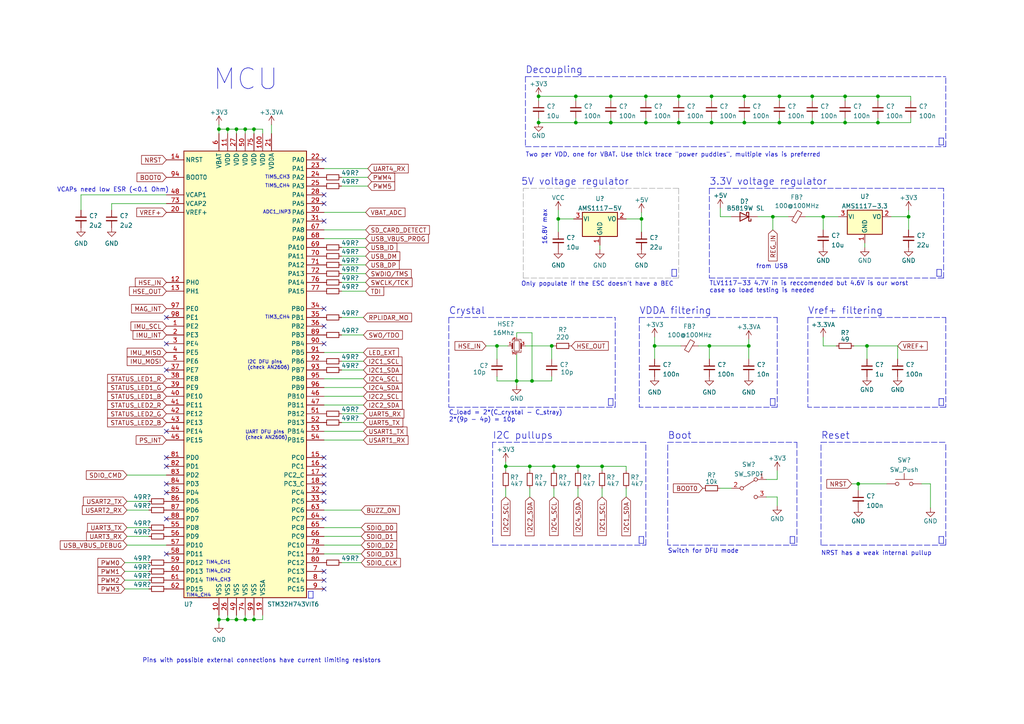
<source format=kicad_sch>
(kicad_sch (version 20211123) (generator eeschema)
  (paper "A4")
  (junction (at 224.155 62.865))
  (junction (at 154.305 110.49))
  (junction (at 161.925 63.5))
  (junction (at 177.165 35.56))
  (junction (at 66.04 179.705))
  (junction (at 226.06 27.94))
  (junction (at 156.21 27.94))
  (junction (at 248.92 140.335))
  (junction (at 251.46 100.33))
  (junction (at 235.585 35.56))
  (junction (at 174.625 135.255))
  (junction (at 245.11 35.56))
  (junction (at 196.85 35.56))
  (junction (at 149.86 110.49))
  (junction (at 254.635 27.94))
  (junction (at 63.5 37.465))
  (junction (at 235.585 27.94))
  (junction (at 206.375 35.56))
  (junction (at 215.9 35.56))
  (junction (at 156.21 35.56))
  (junction (at 189.865 100.33))
  (junction (at 153.67 135.255))
  (junction (at 144.145 100.33))
  (junction (at 226.06 35.56))
  (junction (at 71.12 37.465))
  (junction (at 186.055 63.5))
  (junction (at 245.11 27.94))
  (junction (at 160.02 100.33))
  (junction (at 146.685 135.255))
  (junction (at 71.12 179.705))
  (junction (at 73.66 179.705))
  (junction (at 206.375 27.94))
  (junction (at 177.165 27.94))
  (junction (at 66.04 37.465))
  (junction (at 167.64 135.255))
  (junction (at 68.58 179.705))
  (junction (at 215.9 27.94))
  (junction (at 263.525 62.865))
  (junction (at 63.5 179.705))
  (junction (at 238.76 62.865))
  (junction (at 167.005 35.56))
  (junction (at 73.66 37.465))
  (junction (at 68.58 37.465))
  (junction (at 196.85 27.94))
  (junction (at 187.325 35.56))
  (junction (at 187.325 27.94))
  (junction (at 167.005 27.94))
  (junction (at 160.655 135.255))
  (junction (at 254.635 35.56))
  (junction (at 217.17 100.33))
  (junction (at 205.74 100.33))
  (no_connect (at 93.98 46.355))
  (no_connect (at 93.98 150.495))
  (no_connect (at 93.98 140.335))
  (no_connect (at 93.98 132.715))
  (no_connect (at 93.98 137.795))
  (no_connect (at 93.98 135.255))
  (no_connect (at 48.26 125.095))
  (no_connect (at 48.26 132.715))
  (no_connect (at 48.26 135.255))
  (no_connect (at 48.26 140.335))
  (no_connect (at 93.98 56.515))
  (no_connect (at 93.98 64.135))
  (no_connect (at 93.98 89.535))
  (no_connect (at 93.98 59.055))
  (no_connect (at 93.98 94.615))
  (no_connect (at 93.98 99.695))
  (no_connect (at 48.26 160.655))
  (no_connect (at 48.26 150.495))
  (no_connect (at 48.26 142.875))
  (no_connect (at 93.98 168.275))
  (no_connect (at 93.98 165.735))
  (no_connect (at 93.98 170.815))
  (no_connect (at 93.98 145.415))
  (no_connect (at 93.98 142.875))
  (no_connect (at 48.26 99.695))
  (no_connect (at 48.26 92.075))
  (no_connect (at 48.26 107.315))
  (wire (pts (xy 68.58 37.465) (xy 71.12 37.465)))
  (wire (pts (xy 105.41 109.855) (xy 93.98 109.855)))
  (polyline (pts (xy 274.32 92.075) (xy 274.32 118.11)))
  (wire (pts (xy 215.9 35.56) (xy 206.375 35.56)))
  (wire (pts (xy 93.98 155.575) (xy 104.775 155.575)))
  (wire (pts (xy 254.635 35.56) (xy 245.11 35.56)))
  (polyline (pts (xy 196.85 54.61) (xy 151.765 54.61)) (stroke (width 0) (color 160 160 160 1)))
  (wire (pts (xy 245.11 27.94) (xy 254.635 27.94)))
  (wire (pts (xy 146.685 135.255) (xy 153.67 135.255)))
  (wire (pts (xy 238.76 62.865) (xy 238.76 66.675)))
  (wire (pts (xy 71.12 178.435) (xy 71.12 179.705)))
  (wire (pts (xy 167.005 34.29) (xy 167.005 35.56)))
  (polyline (pts (xy 193.675 128.27) (xy 231.14 128.27)))
  (wire (pts (xy 187.325 35.56) (xy 177.165 35.56)))
  (wire (pts (xy 105.41 104.775) (xy 99.06 104.775)))
  (wire (pts (xy 167.64 135.255) (xy 167.64 136.525)))
  (wire (pts (xy 36.83 153.035) (xy 43.18 153.035)))
  (wire (pts (xy 160.02 100.33) (xy 160.655 100.33)))
  (wire (pts (xy 156.21 29.21) (xy 156.21 27.94)))
  (wire (pts (xy 153.67 141.605) (xy 153.67 144.145)))
  (wire (pts (xy 160.02 100.33) (xy 160.02 104.14)))
  (wire (pts (xy 167.64 141.605) (xy 167.64 144.145)))
  (wire (pts (xy 222.25 139.065) (xy 225.425 139.065)))
  (polyline (pts (xy 273.685 54.61) (xy 205.74 54.61)))
  (wire (pts (xy 106.045 71.755) (xy 99.06 71.755)))
  (wire (pts (xy 254.635 27.94) (xy 254.635 29.21)))
  (wire (pts (xy 235.585 35.56) (xy 226.06 35.56)))
  (polyline (pts (xy 142.875 158.115) (xy 187.325 158.115)))
  (wire (pts (xy 196.85 34.29) (xy 196.85 35.56)))
  (polyline (pts (xy 152.4 22.225) (xy 274.32 22.225)))
  (wire (pts (xy 146.685 133.985) (xy 146.685 135.255)))
  (wire (pts (xy 66.04 178.435) (xy 66.04 179.705)))
  (wire (pts (xy 187.325 27.94) (xy 187.325 29.21)))
  (wire (pts (xy 206.375 27.94) (xy 206.375 29.21)))
  (polyline (pts (xy 185.42 92.075) (xy 185.42 118.11)))
  (wire (pts (xy 205.74 100.33) (xy 217.17 100.33)))
  (polyline (pts (xy 274.32 42.545) (xy 274.32 22.225)))
  (polyline (pts (xy 238.125 158.115) (xy 238.125 128.27)))
  (wire (pts (xy 225.425 139.065) (xy 225.425 136.525)))
  (polyline (pts (xy 234.315 92.075) (xy 234.315 118.11)))
  (wire (pts (xy 186.055 61.595) (xy 186.055 63.5)))
  (wire (pts (xy 106.045 69.215) (xy 93.98 69.215)))
  (wire (pts (xy 235.585 27.94) (xy 245.11 27.94)))
  (wire (pts (xy 187.325 27.94) (xy 196.85 27.94)))
  (wire (pts (xy 106.045 79.375) (xy 99.06 79.375)))
  (wire (pts (xy 153.67 135.255) (xy 153.67 136.525)))
  (polyline (pts (xy 205.74 54.61) (xy 215.265 54.61)))
  (wire (pts (xy 71.12 37.465) (xy 71.12 38.735)))
  (wire (pts (xy 156.21 35.56) (xy 156.21 34.29)))
  (wire (pts (xy 36.195 163.195) (xy 43.18 163.195)))
  (wire (pts (xy 23.495 56.515) (xy 48.26 56.515)))
  (wire (pts (xy 104.775 163.195) (xy 99.06 163.195)))
  (wire (pts (xy 189.865 100.33) (xy 197.485 100.33)))
  (wire (pts (xy 93.98 102.235) (xy 105.41 102.235)))
  (wire (pts (xy 23.495 56.515) (xy 23.495 60.96)))
  (wire (pts (xy 189.865 100.33) (xy 189.865 104.14)))
  (wire (pts (xy 32.385 60.96) (xy 32.385 59.055)))
  (polyline (pts (xy 205.74 54.61) (xy 205.74 80.645)))
  (wire (pts (xy 224.155 62.865) (xy 224.155 66.675)))
  (wire (pts (xy 238.76 100.33) (xy 242.57 100.33)))
  (wire (pts (xy 104.775 147.955) (xy 93.98 147.955)))
  (wire (pts (xy 63.5 37.465) (xy 66.04 37.465)))
  (polyline (pts (xy 205.74 80.645) (xy 273.685 80.645)))
  (wire (pts (xy 233.68 62.865) (xy 238.76 62.865)))
  (wire (pts (xy 174.625 135.255) (xy 181.61 135.255)))
  (wire (pts (xy 174.625 141.605) (xy 174.625 144.145)))
  (wire (pts (xy 68.58 37.465) (xy 68.58 38.735)))
  (wire (pts (xy 76.2 37.465) (xy 76.2 38.735)))
  (wire (pts (xy 186.055 67.31) (xy 186.055 63.5)))
  (wire (pts (xy 251.46 100.33) (xy 251.46 104.14)))
  (wire (pts (xy 247.65 100.33) (xy 251.46 100.33)))
  (wire (pts (xy 105.41 125.095) (xy 93.98 125.095)))
  (wire (pts (xy 149.86 102.87) (xy 149.86 110.49)))
  (wire (pts (xy 264.16 35.56) (xy 254.635 35.56)))
  (wire (pts (xy 106.045 76.835) (xy 99.06 76.835)))
  (wire (pts (xy 36.195 165.735) (xy 43.18 165.735)))
  (wire (pts (xy 219.71 62.865) (xy 224.155 62.865)))
  (polyline (pts (xy 274.32 128.905) (xy 274.32 158.115)))
  (wire (pts (xy 106.68 51.435) (xy 99.06 51.435)))
  (wire (pts (xy 269.875 140.335) (xy 269.875 147.32)))
  (wire (pts (xy 226.06 35.56) (xy 215.9 35.56)))
  (wire (pts (xy 263.525 60.96) (xy 263.525 62.865)))
  (wire (pts (xy 247.015 140.335) (xy 248.92 140.335)))
  (wire (pts (xy 177.165 27.94) (xy 187.325 27.94)))
  (wire (pts (xy 106.045 61.595) (xy 93.98 61.595)))
  (wire (pts (xy 206.375 34.29) (xy 206.375 35.56)))
  (wire (pts (xy 226.06 27.94) (xy 226.06 29.21)))
  (wire (pts (xy 73.66 37.465) (xy 76.2 37.465)))
  (wire (pts (xy 146.685 141.605) (xy 146.685 144.145)))
  (wire (pts (xy 63.5 37.465) (xy 63.5 38.735)))
  (polyline (pts (xy 273.685 80.645) (xy 273.685 54.61)))
  (wire (pts (xy 254.635 27.94) (xy 264.16 27.94)))
  (wire (pts (xy 154.305 96.52) (xy 154.305 110.49)))
  (wire (pts (xy 161.925 63.5) (xy 166.37 63.5)))
  (wire (pts (xy 160.655 135.255) (xy 160.655 136.525)))
  (polyline (pts (xy 187.325 158.115) (xy 187.325 128.27)))
  (wire (pts (xy 63.5 179.705) (xy 66.04 179.705)))
  (polyline (pts (xy 152.4 42.545) (xy 274.32 42.545)))
  (wire (pts (xy 167.005 27.94) (xy 177.165 27.94)))
  (wire (pts (xy 105.41 117.475) (xy 93.98 117.475)))
  (polyline (pts (xy 152.4 22.225) (xy 152.4 42.545)))
  (wire (pts (xy 149.86 110.49) (xy 154.305 110.49)))
  (wire (pts (xy 224.155 62.865) (xy 228.6 62.865)))
  (polyline (pts (xy 151.765 80.645) (xy 151.765 54.61)) (stroke (width 0) (color 160 160 160 1)))
  (wire (pts (xy 248.92 140.335) (xy 248.92 142.24)))
  (wire (pts (xy 196.85 27.94) (xy 196.85 29.21)))
  (wire (pts (xy 105.41 114.935) (xy 93.98 114.935)))
  (wire (pts (xy 187.325 34.29) (xy 187.325 35.56)))
  (wire (pts (xy 73.66 178.435) (xy 73.66 179.705)))
  (wire (pts (xy 177.165 35.56) (xy 167.005 35.56)))
  (wire (pts (xy 161.925 60.96) (xy 161.925 63.5)))
  (wire (pts (xy 167.005 27.94) (xy 167.005 29.21)))
  (wire (pts (xy 238.76 62.865) (xy 243.205 62.865)))
  (wire (pts (xy 149.86 110.49) (xy 149.86 111.76)))
  (polyline (pts (xy 196.85 80.645) (xy 151.765 80.645)) (stroke (width 0) (color 160 160 160 1)))
  (polyline (pts (xy 187.325 128.27) (xy 142.875 128.27)))
  (polyline (pts (xy 234.315 92.075) (xy 274.32 92.075)))
  (wire (pts (xy 181.61 135.255) (xy 181.61 136.525)))
  (wire (pts (xy 196.85 35.56) (xy 187.325 35.56)))
  (wire (pts (xy 36.83 145.415) (xy 43.18 145.415)))
  (wire (pts (xy 264.16 34.29) (xy 264.16 35.56)))
  (wire (pts (xy 181.61 141.605) (xy 181.61 144.145)))
  (wire (pts (xy 93.98 158.115) (xy 104.775 158.115)))
  (wire (pts (xy 154.305 110.49) (xy 160.02 110.49)))
  (wire (pts (xy 245.11 34.29) (xy 245.11 35.56)))
  (wire (pts (xy 254.635 34.29) (xy 254.635 35.56)))
  (wire (pts (xy 251.46 100.33) (xy 260.35 100.33)))
  (wire (pts (xy 36.195 168.275) (xy 43.18 168.275)))
  (wire (pts (xy 93.98 153.035) (xy 104.775 153.035)))
  (polyline (pts (xy 196.85 54.61) (xy 196.85 80.645)) (stroke (width 0) (color 160 160 160 1)))
  (wire (pts (xy 177.165 27.94) (xy 177.165 29.21)))
  (wire (pts (xy 78.74 36.195) (xy 78.74 38.735)))
  (wire (pts (xy 140.97 100.33) (xy 144.145 100.33)))
  (wire (pts (xy 263.525 66.675) (xy 263.525 62.865)))
  (wire (pts (xy 181.61 63.5) (xy 186.055 63.5)))
  (wire (pts (xy 66.04 179.705) (xy 68.58 179.705)))
  (wire (pts (xy 71.12 37.465) (xy 73.66 37.465)))
  (polyline (pts (xy 178.435 118.11) (xy 178.435 92.075)))
  (wire (pts (xy 63.5 36.195) (xy 63.5 37.465)))
  (wire (pts (xy 160.655 141.605) (xy 160.655 144.145)))
  (wire (pts (xy 105.41 97.155) (xy 99.06 97.155)))
  (wire (pts (xy 106.68 53.975) (xy 99.06 53.975)))
  (wire (pts (xy 105.41 120.015) (xy 99.06 120.015)))
  (wire (pts (xy 235.585 27.94) (xy 235.585 29.21)))
  (wire (pts (xy 106.68 48.895) (xy 93.98 48.895)))
  (wire (pts (xy 156.21 27.94) (xy 167.005 27.94)))
  (wire (pts (xy 63.5 178.435) (xy 63.5 179.705)))
  (wire (pts (xy 63.5 179.705) (xy 63.5 180.975)))
  (wire (pts (xy 149.86 97.79) (xy 149.86 96.52)))
  (wire (pts (xy 177.165 34.29) (xy 177.165 35.56)))
  (wire (pts (xy 144.145 100.33) (xy 147.32 100.33)))
  (wire (pts (xy 66.04 37.465) (xy 68.58 37.465)))
  (polyline (pts (xy 274.32 118.11) (xy 234.315 118.11)))
  (wire (pts (xy 235.585 34.29) (xy 235.585 35.56)))
  (wire (pts (xy 76.2 179.705) (xy 76.2 178.435)))
  (wire (pts (xy 260.35 100.33) (xy 260.35 104.14)))
  (wire (pts (xy 68.58 178.435) (xy 68.58 179.705)))
  (wire (pts (xy 189.865 97.79) (xy 189.865 100.33)))
  (wire (pts (xy 106.045 84.455) (xy 99.06 84.455)))
  (wire (pts (xy 36.83 158.115) (xy 48.26 158.115)))
  (wire (pts (xy 153.67 135.255) (xy 160.655 135.255)))
  (wire (pts (xy 208.915 60.325) (xy 208.915 62.865)))
  (wire (pts (xy 105.41 92.075) (xy 99.06 92.075)))
  (wire (pts (xy 106.045 74.295) (xy 99.06 74.295)))
  (wire (pts (xy 152.4 100.33) (xy 160.02 100.33)))
  (wire (pts (xy 71.12 179.705) (xy 73.66 179.705)))
  (wire (pts (xy 267.335 140.335) (xy 269.875 140.335)))
  (wire (pts (xy 174.625 135.255) (xy 174.625 136.525)))
  (wire (pts (xy 66.04 37.465) (xy 66.04 38.735)))
  (wire (pts (xy 160.02 110.49) (xy 160.02 109.22)))
  (wire (pts (xy 106.045 81.915) (xy 99.06 81.915)))
  (wire (pts (xy 202.565 100.33) (xy 205.74 100.33)))
  (wire (pts (xy 146.685 135.255) (xy 146.685 136.525)))
  (wire (pts (xy 245.11 35.56) (xy 235.585 35.56)))
  (wire (pts (xy 105.41 127.635) (xy 93.98 127.635)))
  (wire (pts (xy 215.9 34.29) (xy 215.9 35.56)))
  (wire (pts (xy 32.385 59.055) (xy 48.26 59.055)))
  (wire (pts (xy 250.825 70.485) (xy 250.825 71.755)))
  (wire (pts (xy 217.17 100.33) (xy 217.17 104.14)))
  (wire (pts (xy 208.915 62.865) (xy 212.09 62.865)))
  (wire (pts (xy 248.92 140.335) (xy 257.175 140.335)))
  (wire (pts (xy 156.21 35.56) (xy 167.005 35.56)))
  (polyline (pts (xy 274.32 158.115) (xy 238.125 158.115)))
  (wire (pts (xy 36.83 137.795) (xy 48.26 137.795)))
  (wire (pts (xy 205.74 100.33) (xy 205.74 104.14)))
  (wire (pts (xy 222.25 144.145) (xy 225.425 144.145)))
  (polyline (pts (xy 130.175 92.075) (xy 178.435 92.075)))
  (wire (pts (xy 245.11 27.94) (xy 245.11 29.21)))
  (wire (pts (xy 68.58 179.705) (xy 71.12 179.705)))
  (polyline (pts (xy 142.875 128.27) (xy 142.875 158.115)))
  (wire (pts (xy 105.41 112.395) (xy 93.98 112.395)))
  (polyline (pts (xy 193.675 158.115) (xy 193.675 128.27)))
  (wire (pts (xy 144.145 109.22) (xy 144.145 110.49)))
  (polyline (pts (xy 231.14 128.27) (xy 231.14 158.115)))
  (wire (pts (xy 225.425 144.145) (xy 225.425 146.685)))
  (polyline (pts (xy 231.14 158.115) (xy 193.675 158.115)))
  (wire (pts (xy 161.925 63.5) (xy 161.925 67.31)))
  (wire (pts (xy 36.195 170.815) (xy 43.18 170.815)))
  (wire (pts (xy 226.06 27.94) (xy 235.585 27.94)))
  (wire (pts (xy 36.83 155.575) (xy 43.18 155.575)))
  (wire (pts (xy 264.16 27.94) (xy 264.16 29.21)))
  (wire (pts (xy 206.375 35.56) (xy 196.85 35.56)))
  (polyline (pts (xy 225.425 118.11) (xy 185.42 118.11)))
  (wire (pts (xy 149.86 96.52) (xy 154.305 96.52)))
  (wire (pts (xy 105.41 122.555) (xy 99.06 122.555)))
  (wire (pts (xy 208.915 141.605) (xy 212.09 141.605)))
  (wire (pts (xy 36.83 147.955) (xy 43.18 147.955)))
  (wire (pts (xy 173.99 71.12) (xy 173.99 72.39)))
  (wire (pts (xy 93.98 160.655) (xy 104.775 160.655)))
  (polyline (pts (xy 130.175 92.075) (xy 130.175 118.11)))
  (wire (pts (xy 144.145 100.33) (xy 144.145 104.14)))
  (polyline (pts (xy 185.42 92.075) (xy 225.425 92.075)))
  (wire (pts (xy 196.85 27.94) (xy 206.375 27.94)))
  (wire (pts (xy 105.41 107.315) (xy 99.06 107.315)))
  (wire (pts (xy 206.375 27.94) (xy 215.9 27.94)))
  (wire (pts (xy 144.145 110.49) (xy 149.86 110.49)))
  (wire (pts (xy 217.17 98.425) (xy 217.17 100.33)))
  (wire (pts (xy 160.655 135.255) (xy 167.64 135.255)))
  (wire (pts (xy 73.66 179.705) (xy 76.2 179.705)))
  (wire (pts (xy 167.64 135.255) (xy 174.625 135.255)))
  (wire (pts (xy 73.66 37.465) (xy 73.66 38.735)))
  (polyline (pts (xy 238.125 128.27) (xy 274.32 128.27)))
  (wire (pts (xy 238.76 97.79) (xy 238.76 100.33)))
  (wire (pts (xy 106.045 66.675) (xy 93.98 66.675)))
  (polyline (pts (xy 130.175 118.11) (xy 178.435 118.11)))
  (wire (pts (xy 215.9 27.94) (xy 226.06 27.94)))
  (wire (pts (xy 215.9 27.94) (xy 215.9 29.21)))
  (wire (pts (xy 226.06 34.29) (xy 226.06 35.56)))
  (wire (pts (xy 263.525 62.865) (xy 258.445 62.865)))
  (polyline (pts (xy 225.425 92.075) (xy 225.425 118.11)))
  (text "Boot" (at 193.675 127.635 0) (effects (font (size 2 2)) (justify left bottom)))
  (text "Reset" (at 238.125 127.635 0) (effects (font (size 2 2)) (justify left bottom)))
  (text "ADC1_INP3" (at 76.2 62.23 0) (effects (font (size 1 1)) (justify left bottom)))
  (text "✓" (at 222.885 118.11 0) (effects (font (size 2 2)) (justify left bottom)))
  (text "TLV1117-33 4.7V in is reccomended but 4.6V is our worst \ncase so load testing is needed" (at 205.74 85.09 0) (effects (font (size 1.27 1.27)) (justify left bottom)))
  (text "✓" (at 88.9 173.99 0) (effects (font (size 2 2)) (justify left bottom)))
  (text "TIM5_CH3" (at 76.835 52.07 0) (effects (font (size 1 1)) (justify left bottom)))
  (text "✓" (at 194.31 80.645 0) (effects (font (size 2 2)) (justify left bottom)))
  (text "from USB" (at 228.6 78.105 180) (effects (font (size 1.27 1.27)) (justify right bottom)))
  (text "✓" (at 271.78 42.545 0) (effects (font (size 2 2)) (justify left bottom)))
  (text "✓" (at 184.785 158.115 0) (effects (font (size 2 2)) (justify left bottom)))
  (text "✓" (at 175.895 118.11 0) (effects (font (size 2 2)) (justify left bottom)))
  (text "3.3V voltage regulator" (at 205.74 53.975 0) (effects (font (size 2 2)) (justify left bottom)))
  (text "TIM4_CH3" (at 59.69 168.91 0) (effects (font (size 1 1)) (justify left bottom)))
  (text "Vref+ filtering" (at 234.315 91.44 0) (effects (font (size 2 2)) (justify left bottom)))
  (text "Pins with possible external connections have current limiting resistors" (at 41.275 192.405 0) (effects (font (size 1.27 1.27)) (justify left bottom)))
  (text "5V voltage regulator" (at 151.13 53.975 0) (effects (font (size 2 2)) (justify left bottom)))
  (text "UART DFU pins \n(check AN2606)" (at 71.12 127.635 0) (effects (font (size 1 1)) (justify left bottom)))
  (text "VCAPs need low ESR (<0.1 Ohm)" (at 16.51 55.88 0) (effects (font (size 1.27 1.27)) (justify left bottom)))
  (text "VDDA filtering" (at 185.42 91.44 0) (effects (font (size 2 2)) (justify left bottom)))
  (text "Decoupling" (at 152.4 21.59 0) (effects (font (size 2 2)) (justify left bottom)))
  (text "16.8V max" (at 158.75 71.12 90) (effects (font (size 1.27 1.27)) (justify left bottom)))
  (text "I2C pullups" (at 142.875 127.635 0) (effects (font (size 2 2)) (justify left bottom)))
  (text "TIM4_CH4" (at 53.975 173.355 0) (effects (font (size 1 1)) (justify left bottom)))
  (text "NRST has a weak internal pullup" (at 238.125 161.29 0) (effects (font (size 1.27 1.27)) (justify left bottom)))
  (text "Crystal" (at 130.175 91.44 0) (effects (font (size 2 2)) (justify left bottom)))
  (text "TIM4_CH2" (at 59.69 166.37 0) (effects (font (size 1 1)) (justify left bottom)))
  (text "TIM4_CH1" (at 59.69 163.83 0) (effects (font (size 1 1)) (justify left bottom)))
  (text "✓" (at 271.78 158.115 0) (effects (font (size 2 2)) (justify left bottom)))
  (text "✓" (at 228.6 158.115 0) (effects (font (size 2 2)) (justify left bottom)))
  (text "MCU" (at 61.595 26.67 0) (effects (font (size 6 6)) (justify left bottom)))
  (text "Two per VDD, one for VBAT. Use thick trace \"power puddles\", multiple vias is preferred" (at 152.4 45.72 0) (effects (font (size 1.27 1.27)) (justify left bottom)))
  (text "✓" (at 271.78 118.11 0) (effects (font (size 2 2)) (justify left bottom)))
  (text "I2C DFU pins \n(check AN2606)" (at 71.755 107.315 0) (effects (font (size 1 1)) (justify left bottom)))
  (text "Switch for DFU mode" (at 193.675 160.655 0) (effects (font (size 1.27 1.27)) (justify left bottom)))
  (text "TIM5_CH4" (at 76.835 54.61 0) (effects (font (size 1 1)) (justify left bottom)))
  (text "Only populate if the ESC doesn't have a BEC" (at 151.13 83.185 0) (effects (font (size 1.27 1.27)) (justify left bottom)))
  (text "✓" (at 271.145 80.645 0) (effects (font (size 2 2)) (justify left bottom)))
  (text "C_load = 2*(C_crystal - C_stray) \n2*(9p - 4p) = 10p" (at 130.175 122.555 0) (effects (font (size 1.27 1.27)) (justify left bottom)))
  (text "TIM3_CH4" (at 76.835 92.71 0) (effects (font (size 1 1)) (justify left bottom)))
  (global_label "PWM0" (shape input) (at 36.195 163.195 180) (property "Intersheet References" "${INTERSHEET_REFS}" (effects hide)))
  (global_label "STATUS_LED2_G" (shape input) (at 48.26 120.015 180) (property "Intersheet References" "${INTERSHEET_REFS}" (effects hide)))
  (global_label "REG_IN" (shape input) (at 224.155 66.675 270) (property "Intersheet References" "${INTERSHEET_REFS}" (effects hide)))
  (global_label "BOOT0" (shape input) (at 48.26 51.435 180) (property "Intersheet References" "${INTERSHEET_REFS}" (effects hide)))
  (global_label "SWDIO{slash}TMS" (shape input) (at 106.045 79.375 0) (property "Intersheet References" "${INTERSHEET_REFS}" (effects hide)))
  (global_label "USB_ID" (shape input) (at 106.045 71.755 0) (property "Intersheet References" "${INTERSHEET_REFS}" (effects hide)))
  (global_label "UART5_TX" (shape input) (at 105.41 122.555 0) (property "Intersheet References" "${INTERSHEET_REFS}" (effects hide)))
  (global_label "HSE_OUT" (shape input) (at 165.735 100.33 0) (property "Intersheet References" "${INTERSHEET_REFS}" (effects hide)))
  (global_label "STATUS_LED1_B" (shape input) (at 48.26 114.935 180) (property "Intersheet References" "${INTERSHEET_REFS}" (effects hide)))
  (global_label "USART2_TX" (shape input) (at 36.83 145.415 180) (property "Intersheet References" "${INTERSHEET_REFS}" (effects hide)))
  (global_label "STATUS_LED1_R" (shape input) (at 48.26 109.855 180) (property "Intersheet References" "${INTERSHEET_REFS}" (effects hide)))
  (global_label "IMU_MOSI" (shape input) (at 48.26 104.775 180) (property "Intersheet References" "${INTERSHEET_REFS}" (effects hide)))
  (global_label "I2C1_SDA" (shape input) (at 181.61 144.145 270) (property "Intersheet References" "${INTERSHEET_REFS}" (effects hide)))
  (global_label "PWM2" (shape input) (at 36.195 168.275 180) (property "Intersheet References" "${INTERSHEET_REFS}" (effects hide)))
  (global_label "I2C1_SDA" (shape input) (at 105.41 107.315 0) (property "Intersheet References" "${INTERSHEET_REFS}" (effects hide)))
  (global_label "UART5_RX" (shape input) (at 105.41 120.015 0) (property "Intersheet References" "${INTERSHEET_REFS}" (effects hide)))
  (global_label "SWO{slash}TDO" (shape input) (at 105.41 97.155 0) (property "Intersheet References" "${INTERSHEET_REFS}" (effects hide)))
  (global_label "I2C4_SCL" (shape input) (at 105.41 109.855 0) (property "Intersheet References" "${INTERSHEET_REFS}" (effects hide)))
  (global_label "RPLIDAR_MO" (shape input) (at 105.41 92.075 0) (property "Intersheet References" "${INTERSHEET_REFS}" (effects hide)))
  (global_label "I2C2_SDA" (shape input) (at 153.67 144.145 270) (property "Intersheet References" "${INTERSHEET_REFS}" (effects hide)))
  (global_label "NRST" (shape input) (at 48.26 46.355 180) (property "Intersheet References" "${INTERSHEET_REFS}" (effects hide)))
  (global_label "UART3_TX" (shape input) (at 36.83 153.035 180) (property "Intersheet References" "${INTERSHEET_REFS}" (effects hide)))
  (global_label "SDIO_CLK" (shape input) (at 104.775 163.195 0) (property "Intersheet References" "${INTERSHEET_REFS}" (effects hide)))
  (global_label "IMU_MISO" (shape input) (at 48.26 102.235 180) (property "Intersheet References" "${INTERSHEET_REFS}" (effects hide)))
  (global_label "PWM3" (shape input) (at 36.195 170.815 180) (property "Intersheet References" "${INTERSHEET_REFS}" (effects hide)))
  (global_label "VBAT_ADC" (shape input) (at 106.045 61.595 0) (property "Intersheet References" "${INTERSHEET_REFS}" (effects hide)))
  (global_label "MAG_INT" (shape input) (at 48.26 89.535 180) (property "Intersheet References" "${INTERSHEET_REFS}" (effects hide)))
  (global_label "USART1_TX" (shape input) (at 105.41 125.095 0) (property "Intersheet References" "${INTERSHEET_REFS}" (effects hide)))
  (global_label "BUZZ_ON" (shape input) (at 104.775 147.955 0) (property "Intersheet References" "${INTERSHEET_REFS}" (effects hide)))
  (global_label "USB_VBUS_DEBUG" (shape input) (at 36.83 158.115 180) (property "Intersheet References" "${INTERSHEET_REFS}" (effects hide)))
  (global_label "PWM5" (shape input) (at 106.68 53.975 0) (property "Intersheet References" "${INTERSHEET_REFS}" (effects hide)))
  (global_label "I2C2_SCL" (shape input) (at 105.41 114.935 0) (property "Intersheet References" "${INTERSHEET_REFS}" (effects hide)))
  (global_label "I2C4_SDA" (shape input) (at 167.64 144.145 270) (property "Intersheet References" "${INTERSHEET_REFS}" (effects hide)))
  (global_label "I2C4_SDA" (shape input) (at 105.41 112.395 0) (property "Intersheet References" "${INTERSHEET_REFS}" (effects hide)))
  (global_label "PWM4" (shape input) (at 106.68 51.435 0) (property "Intersheet References" "${INTERSHEET_REFS}" (effects hide)))
  (global_label "NRST" (shape input) (at 247.015 140.335 180) (property "Intersheet References" "${INTERSHEET_REFS}" (effects hide)))
  (global_label "UART3_RX" (shape input) (at 36.83 155.575 180) (property "Intersheet References" "${INTERSHEET_REFS}" (effects hide)))
  (global_label "SDIO_D3" (shape input) (at 104.775 160.655 0) (property "Intersheet References" "${INTERSHEET_REFS}" (effects hide)))
  (global_label "USB_DP" (shape input) (at 106.045 76.835 0) (property "Intersheet References" "${INTERSHEET_REFS}" (effects hide)))
  (global_label "STATUS_LED2_B" (shape input) (at 48.26 122.555 180) (property "Intersheet References" "${INTERSHEET_REFS}" (effects hide)))
  (global_label "TDI" (shape input) (at 106.045 84.455 0) (property "Intersheet References" "${INTERSHEET_REFS}" (effects hide)))
  (global_label "HSE_OUT" (shape input) (at 48.26 84.455 180) (property "Intersheet References" "${INTERSHEET_REFS}" (effects hide)))
  (global_label "BOOT0" (shape input) (at 203.835 141.605 180) (property "Intersheet References" "${INTERSHEET_REFS}" (effects hide)))
  (global_label "SWCLK{slash}TCK" (shape input) (at 106.045 81.915 0) (property "Intersheet References" "${INTERSHEET_REFS}" (effects hide)))
  (global_label "SDIO_CMD" (shape input) (at 36.83 137.795 180) (property "Intersheet References" "${INTERSHEET_REFS}" (effects hide)))
  (global_label "USART2_RX" (shape input) (at 36.83 147.955 180) (property "Intersheet References" "${INTERSHEET_REFS}" (effects hide)))
  (global_label "PS_INT" (shape input) (at 48.26 127.635 180) (property "Intersheet References" "${INTERSHEET_REFS}" (effects hide)))
  (global_label "HSE_IN" (shape input) (at 48.26 81.915 180) (property "Intersheet References" "${INTERSHEET_REFS}" (effects hide)))
  (global_label "I2C2_SCL" (shape input) (at 146.685 144.145 270) (property "Intersheet References" "${INTERSHEET_REFS}" (effects hide)))
  (global_label "I2C4_SCL" (shape input) (at 160.655 144.145 270) (property "Intersheet References" "${INTERSHEET_REFS}" (effects hide)))
  (global_label "USB_VBUS_PROG" (shape input) (at 106.045 69.215 0) (property "Intersheet References" "${INTERSHEET_REFS}" (effects hide)))
  (global_label "IMU_INT" (shape input) (at 48.26 97.155 180) (property "Intersheet References" "${INTERSHEET_REFS}" (effects hide)))
  (global_label "VREF+" (shape input) (at 48.26 61.595 180) (property "Intersheet References" "${INTERSHEET_REFS}" (effects hide)))
  (global_label "STATUS_LED2_R" (shape input) (at 48.26 117.475 180) (property "Intersheet References" "${INTERSHEET_REFS}" (effects hide)))
  (global_label "LED_EXT" (shape input) (at 105.41 102.235 0) (property "Intersheet References" "${INTERSHEET_REFS}" (effects hide)))
  (global_label "VREF+" (shape input) (at 260.35 100.33 0) (property "Intersheet References" "${INTERSHEET_REFS}" (effects hide)))
  (global_label "USART1_RX" (shape input) (at 105.41 127.635 0) (property "Intersheet References" "${INTERSHEET_REFS}" (effects hide)))
  (global_label "I2C2_SDA" (shape input) (at 105.41 117.475 0) (property "Intersheet References" "${INTERSHEET_REFS}" (effects hide)))
  (global_label "HSE_IN" (shape input) (at 140.97 100.33 180) (property "Intersheet References" "${INTERSHEET_REFS}" (effects hide)))
  (global_label "I2C1_SCL" (shape input) (at 174.625 144.145 270) (property "Intersheet References" "${INTERSHEET_REFS}" (effects hide)))
  (global_label "STATUS_LED1_G" (shape input) (at 48.26 112.395 180) (property "Intersheet References" "${INTERSHEET_REFS}" (effects hide)))
  (global_label "SDIO_D0" (shape input) (at 104.775 153.035 0) (property "Intersheet References" "${INTERSHEET_REFS}" (effects hide)))
  (global_label "IMU_SCL" (shape input) (at 48.26 94.615 180) (property "Intersheet References" "${INTERSHEET_REFS}" (effects hide)))
  (global_label "I2C1_SCL" (shape input) (at 105.41 104.775 0) (property "Intersheet References" "${INTERSHEET_REFS}" (effects hide)))
  (global_label "SDIO_D2" (shape input) (at 104.775 158.115 0) (property "Intersheet References" "${INTERSHEET_REFS}" (effects hide)))
  (global_label "SD_CARD_DETECT" (shape input) (at 106.045 66.675 0) (property "Intersheet References" "${INTERSHEET_REFS}" (effects hide)))
  (global_label "USB_DM" (shape input) (at 106.045 74.295 0) (property "Intersheet References" "${INTERSHEET_REFS}" (effects hide)))
  (global_label "PWM1" (shape input) (at 36.195 165.735 180) (property "Intersheet References" "${INTERSHEET_REFS}" (effects hide)))
  (global_label "SDIO_D1" (shape input) (at 104.775 155.575 0) (property "Intersheet References" "${INTERSHEET_REFS}" (effects hide)))
  (global_label "UART4_RX" (shape input) (at 106.68 48.895 0) (property "Intersheet References" "${INTERSHEET_REFS}" (effects hide)))
  (symbol (lib_id "Device:R_Small") (at 96.52 84.455 90) (unit 1)
    (property "Reference" "R?" (at 102.87 83.185 90))
    (property "Value" "49" (at 100.33 83.185 90))
    (property "Footprint" "Resistor_SMD:R_0402_1005Metric" (effects hide))
  )
  (symbol (lib_id "Device:R_Small") (at 245.11 100.33 90) (unit 1)
    (property "Reference" "R?" (at 245.11 96.52 90))
    (property "Value" "49" (at 245.11 98.425 90))
    (property "Footprint" "Resistor_SMD:R_0402_1005Metric" (effects hide))
  )
  (symbol (lib_id "Device:C_Small") (at 264.16 31.75 0) (unit 1)
    (property "Reference" "C?" (at 266.4841 30.8478 0) (effects (justify left)))
    (property "Value" "100n" (at 266.4841 33.6229 0) (effects (justify left)))
    (property "Footprint" "Capacitor_SMD:C_0402_1005Metric" (effects hide))
  )
  (symbol (lib_id "Device:C_Small") (at 248.92 144.78 0) (unit 1)
    (property "Reference" "C?" (at 251.2441 143.8778 0) (effects (justify left)))
    (property "Value" "100n" (at 251.2441 146.6529 0) (effects (justify left)))
    (property "Footprint" "Capacitor_SMD:C_0402_1005Metric" (effects hide))
  )
  (symbol (lib_id "power:GND") (at 248.92 147.32 0) (unit 1)
    (property "Reference" "#PWR0120" (effects hide))
    (property "Value" "GND" (at 248.92 151.13 0))
  )
  (symbol (lib_id "power:GND") (at 217.17 109.22 0) (unit 1)
    (property "Reference" "#PWR0124" (effects hide))
    (property "Value" "GND" (at 217.17 113.7825 0))
  )
  (symbol (lib_id "Device:R_Small") (at 96.52 53.975 90) (unit 1)
    (property "Reference" "R?" (at 102.87 52.705 90))
    (property "Value" "49" (at 100.33 52.705 90))
    (property "Footprint" "Resistor_SMD:R_0402_1005Metric" (effects hide))
  )
  (symbol (lib_id "power:+3.3VA") (at 238.76 97.79 0) (unit 1)
    (property "Reference" "#PWR0183" (effects hide))
    (property "Value" "+3.3VA" (at 238.76 94.1855 0))
  )
  (symbol (lib_id "Device:C_Small") (at 156.21 31.75 0) (unit 1)
    (property "Reference" "C?" (at 158.5341 30.8478 0) (effects (justify left)))
    (property "Value" "10u" (at 158.5341 33.6229 0) (effects (justify left)))
    (property "Footprint" "Capacitor_SMD:C_0603_1608Metric" (effects hide))
  )
  (symbol (lib_id "power:VCC") (at 161.925 60.96 0) (unit 1)
    (property "Reference" "#PWR0177" (effects hide))
    (property "Value" "VCC" (at 161.925 57.3555 0))
  )
  (symbol (lib_id "power:GND") (at 238.76 71.755 0) (unit 1)
    (property "Reference" "#PWR0123" (effects hide))
    (property "Value" "GND" (at 238.76 75.565 0))
  )
  (symbol (lib_id "Device:R_Small") (at 163.195 100.33 90) (unit 1)
    (property "Reference" "R?" (at 163.195 95.6269 90))
    (property "Value" "220" (at 163.195 97.79 90))
    (property "Footprint" "Resistor_SMD:R_0402_1005Metric" (effects hide))
  )
  (symbol (lib_id "Device:R_Small") (at 96.52 51.435 90) (unit 1)
    (property "Reference" "R?" (at 102.87 50.165 90))
    (property "Value" "49" (at 100.33 50.165 90))
    (property "Footprint" "Resistor_SMD:R_0402_1005Metric" (effects hide))
  )
  (symbol (lib_id "Device:R_Small") (at 96.52 122.555 90) (unit 1)
    (property "Reference" "R?" (at 102.87 121.285 90))
    (property "Value" "49" (at 100.33 121.285 90))
    (property "Footprint" "Resistor_SMD:R_0402_1005Metric" (effects hide))
  )
  (symbol (lib_id "Device:C_Small") (at 226.06 31.75 0) (unit 1)
    (property "Reference" "C?" (at 228.3841 30.8478 0) (effects (justify left)))
    (property "Value" "100n" (at 228.3841 33.6229 0) (effects (justify left)))
    (property "Footprint" "Capacitor_SMD:C_0402_1005Metric" (effects hide))
  )
  (symbol (lib_id "Device:R_Small") (at 160.655 139.065 180) (unit 1)
    (property "Reference" "R?" (at 163.195 138.43 0))
    (property "Value" "4k7" (at 163.83 140.335 0))
    (property "Footprint" "Resistor_SMD:R_0402_1005Metric" (effects hide))
  )
  (symbol (lib_id "power:GND") (at 63.5 180.975 0) (unit 1)
    (property "Reference" "#PWR0180" (effects hide))
    (property "Value" "GND" (at 63.5 185.5375 0))
  )
  (symbol (lib_id "Device:R_Small") (at 206.375 141.605 90) (unit 1)
    (property "Reference" "R?" (at 206.375 137.795 90))
    (property "Value" "10k" (at 206.375 139.7 90))
    (property "Footprint" "Resistor_SMD:R_0402_1005Metric" (effects hide))
  )
  (symbol (lib_id "Device:C_Small") (at 206.375 31.75 0) (unit 1)
    (property "Reference" "C?" (at 208.6991 30.8478 0) (effects (justify left)))
    (property "Value" "100n" (at 208.6991 33.6229 0) (effects (justify left)))
    (property "Footprint" "Capacitor_SMD:C_0402_1005Metric" (effects hide))
  )
  (symbol (lib_id "Switch:SW_SPDT") (at 217.17 141.605 0) (unit 1)
    (property "Reference" "SW?" (at 217.17 134.7175 0))
    (property "Value" "SW_SPDT" (at 217.17 137.4926 0))
    (property "Footprint" "Button_Switch_SMD:SW_SPDT_PCM12" (effects hide))
    (property "Datasheet" "https://datasheet.lcsc.com/lcsc/1808041445_ALPSALPINE-SSSS811101_C109335.pdf" (effects hide))
  )
  (symbol (lib_id "Device:R_Small") (at 45.72 145.415 90) (unit 1)
    (property "Reference" "R?" (at 42.545 144.145 90))
    (property "Value" "49" (at 40.005 144.145 90))
    (property "Footprint" "Resistor_SMD:R_0402_1005Metric" (effects hide))
  )
  (symbol (lib_id "power:GND") (at 251.46 109.22 0) (unit 1)
    (property "Reference" "#PWR0185" (effects hide))
    (property "Value" "GND" (at 251.46 113.03 0))
  )
  (symbol (lib_id "power:+3.3V") (at 225.425 136.525 0) (unit 1)
    (property "Reference" "#PWR0112" (effects hide))
    (property "Value" "+3.3V" (at 225.425 132.9205 0))
  )
  (symbol (lib_id "Device:C_Small") (at 254.635 31.75 0) (unit 1)
    (property "Reference" "C?" (at 256.9591 30.8478 0) (effects (justify left)))
    (property "Value" "100n" (at 256.9591 33.6229 0) (effects (justify left)))
    (property "Footprint" "Capacitor_SMD:C_0402_1005Metric" (effects hide))
  )
  (symbol (lib_id "Device:C_Small") (at 196.85 31.75 0) (unit 1)
    (property "Reference" "C?" (at 199.1741 30.8478 0) (effects (justify left)))
    (property "Value" "100n" (at 199.1741 33.6229 0) (effects (justify left)))
    (property "Footprint" "Capacitor_SMD:C_0402_1005Metric" (effects hide))
  )
  (symbol (lib_id "Device:R_Small") (at 45.72 170.815 90) (unit 1)
    (property "Reference" "R?" (at 42.545 169.545 90))
    (property "Value" "49" (at 40.005 169.545 90))
    (property "Footprint" "Resistor_SMD:R_0402_1005Metric" (effects hide))
  )
  (symbol (lib_id "power:GND") (at 23.495 66.04 0) (unit 1)
    (property "Reference" "#PWR0182" (effects hide))
    (property "Value" "GND" (at 23.495 70.6025 0))
  )
  (symbol (lib_id "Device:R_Small") (at 96.52 81.915 90) (unit 1)
    (property "Reference" "R?" (at 102.87 80.645 90))
    (property "Value" "49" (at 100.33 80.645 90))
    (property "Footprint" "Resistor_SMD:R_0402_1005Metric" (effects hide))
  )
  (symbol (lib_id "MCU_ST_STM32H7:STM32H743VITx") (at 71.12 107.315 0) (unit 1)
    (property "Reference" "U?" (at 53.34 175.26 0) (effects (justify left)))
    (property "Value" "STM32H743VIT6" (at 77.47 175.26 0) (effects (justify left)))
    (property "Footprint" "Package_QFP:LQFP-100_14x14mm_P0.5mm" (effects hide))
    (property "Datasheet" "http://www.st.com/st-web-ui/static/active/en/resource/technical/document/datasheet/DM00387108.pdf" (effects hide))
  )
  (symbol (lib_id "Device:C_Small") (at 186.055 69.85 0) (unit 1)
    (property "Reference" "C?" (at 188.3791 68.9478 0) (effects (justify left)))
    (property "Value" "22u" (at 188.3791 71.7229 0) (effects (justify left)))
    (property "Footprint" "Capacitor_SMD:C_0603_1608Metric" (effects hide))
  )
  (symbol (lib_id "power:+3.3VA") (at 217.17 98.425 0) (unit 1)
    (property "Reference" "#PWR0125" (effects hide))
    (property "Value" "+3.3VA" (at 217.17 94.8205 0))
  )
  (symbol (lib_id "Device:R_Small") (at 45.72 155.575 90) (unit 1)
    (property "Reference" "R?" (at 42.545 154.305 90))
    (property "Value" "49" (at 40.005 154.305 90))
    (property "Footprint" "Resistor_SMD:R_0402_1005Metric" (effects hide))
  )
  (symbol (lib_id "Device:R_Small") (at 45.72 163.195 90) (unit 1)
    (property "Reference" "R?" (at 42.545 161.925 90))
    (property "Value" "49" (at 40.005 161.925 90))
    (property "Footprint" "Resistor_SMD:R_0402_1005Metric" (effects hide))
  )
  (symbol (lib_id "power:+3.3V") (at 189.865 97.79 0) (unit 1)
    (property "Reference" "#PWR0117" (effects hide))
    (property "Value" "+3.3V" (at 189.865 94.1855 0))
  )
  (symbol (lib_id "Device:R_Small") (at 96.52 76.835 90) (unit 1)
    (property "Reference" "R?" (at 102.87 75.565 90))
    (property "Value" "49" (at 100.33 75.565 90))
    (property "Footprint" "Resistor_SMD:R_0402_1005Metric" (effects hide))
  )
  (symbol (lib_id "power:GND") (at 250.825 71.755 0) (unit 1)
    (property "Reference" "#PWR0122" (effects hide))
    (property "Value" "GND" (at 250.825 75.565 0))
  )
  (symbol (lib_id "Device:R_Small") (at 45.72 153.035 90) (unit 1)
    (property "Reference" "R?" (at 42.545 151.765 90))
    (property "Value" "49" (at 40.005 151.765 90))
    (property "Footprint" "Resistor_SMD:R_0402_1005Metric" (effects hide))
  )
  (symbol (lib_id "power:GND") (at 260.35 109.22 0) (unit 1)
    (property "Reference" "#PWR0184" (effects hide))
    (property "Value" "GND" (at 260.35 113.03 0))
  )
  (symbol (lib_id "Device:R_Small") (at 96.52 120.015 90) (unit 1)
    (property "Reference" "R?" (at 102.87 118.745 90))
    (property "Value" "49" (at 100.33 118.745 90))
    (property "Footprint" "Resistor_SMD:R_0402_1005Metric" (effects hide))
  )
  (symbol (lib_id "Device:C_Small") (at 260.35 106.68 0) (unit 1)
    (property "Reference" "C?" (at 262.6741 105.7778 0) (effects (justify left)))
    (property "Value" "100n" (at 262.6741 108.5529 0) (effects (justify left)))
    (property "Footprint" "Capacitor_SMD:C_0402_1005Metric" (effects hide))
  )
  (symbol (lib_id "Device:R_Small") (at 45.72 168.275 90) (unit 1)
    (property "Reference" "R?" (at 42.545 167.005 90))
    (property "Value" "49" (at 40.005 167.005 90))
    (property "Footprint" "Resistor_SMD:R_0402_1005Metric" (effects hide))
  )
  (symbol (lib_id "Device:R_Small") (at 96.52 163.195 90) (unit 1)
    (property "Reference" "R?" (at 102.87 161.925 90))
    (property "Value" "49" (at 100.33 161.925 90))
    (property "Footprint" "Resistor_SMD:R_0402_1005Metric" (effects hide))
  )
  (symbol (lib_id "power:+5V") (at 186.055 61.595 0) (unit 1)
    (property "Reference" "#PWR0176" (effects hide))
    (property "Value" "+5V" (at 186.055 57.9905 0))
  )
  (symbol (lib_id "Device:R_Small") (at 96.52 79.375 90) (unit 1)
    (property "Reference" "R?" (at 102.87 78.105 90))
    (property "Value" "49" (at 100.33 78.105 90))
    (property "Footprint" "Resistor_SMD:R_0402_1005Metric" (effects hide))
  )
  (symbol (lib_id "Device:C_Small") (at 160.02 106.68 0) (unit 1)
    (property "Reference" "C?" (at 162.3441 105.7778 0) (effects (justify left)))
    (property "Value" "10p" (at 162.56 107.95 0) (effects (justify left)))
    (property "Footprint" "Capacitor_SMD:C_0402_1005Metric" (effects hide))
  )
  (symbol (lib_id "flightController:B5819W SL") (at 215.9 62.865 180) (unit 1)
    (property "Reference" "D?" (at 215.9 58.42 0))
    (property "Value" "B5819W SL" (at 216.2175 60.4036 0))
    (property "Footprint" "Diode_SMD:D_SOD-123" (effects hide))
    (property "Datasheet" "https://datasheet.lcsc.com/lcsc/1809140216_Changjiang-Electronics-Tech--CJ-B5819W-SL_C8598.pdf" (effects hide))
  )
  (symbol (lib_id "Device:C_Small") (at 23.495 63.5 0) (unit 1)
    (property "Reference" "C?" (at 25.8191 62.5978 0) (effects (justify left)))
    (property "Value" "2u2" (at 25.8191 65.3729 0) (effects (justify left)))
    (property "Footprint" "Capacitor_SMD:C_0402_1005Metric" (effects hide))
  )
  (symbol (lib_id "Device:C_Small") (at 235.585 31.75 0) (unit 1)
    (property "Reference" "C?" (at 237.9091 30.8478 0) (effects (justify left)))
    (property "Value" "100n" (at 237.9091 33.6229 0) (effects (justify left)))
    (property "Footprint" "Capacitor_SMD:C_0402_1005Metric" (effects hide))
  )
  (symbol (lib_id "power:GND") (at 173.99 72.39 0) (unit 1)
    (property "Reference" "#PWR0173" (effects hide))
    (property "Value" "GND" (at 173.99 76.9525 0))
  )
  (symbol (lib_id "Device:R_Small") (at 45.72 165.735 90) (unit 1)
    (property "Reference" "R?" (at 42.545 164.465 90))
    (property "Value" "49" (at 40.005 164.465 90))
    (property "Footprint" "Resistor_SMD:R_0402_1005Metric" (effects hide))
  )
  (symbol (lib_id "power:+3.3VA") (at 78.74 36.195 0) (unit 1)
    (property "Reference" "#PWR0178" (effects hide))
    (property "Value" "+3.3VA" (at 78.74 32.5905 0))
  )
  (symbol (lib_id "Regulator_Linear:AMS1117-3.3") (at 250.825 62.865 0) (unit 1)
    (property "Reference" "U?" (at 250.825 56.9935 0))
    (property "Value" "AMS1117-3.3" (at 250.825 59.7686 0))
    (property "Footprint" "Package_TO_SOT_SMD:SOT-223-3_TabPin2" (effects hide))
    (property "Datasheet" "http://www.advanced-monolithic.com/pdf/ds1117.pdf" (effects hide))
  )
  (symbol (lib_id "power:GND") (at 32.385 66.04 0) (unit 1)
    (property "Reference" "#PWR0181" (effects hide))
    (property "Value" "GND" (at 32.385 70.6025 0))
  )
  (symbol (lib_id "Device:FerriteBead_Small") (at 231.14 62.865 90) (unit 1)
    (property "Reference" "FB?" (at 231.1019 57.1967 90))
    (property "Value" "100@100MHz" (at 231.14 59.69 90))
    (property "Footprint" "Inductor_SMD:L_0603_1608Metric" (effects hide))
  )
  (symbol (lib_id "Device:C_Small") (at 187.325 31.75 0) (unit 1)
    (property "Reference" "C?" (at 189.6491 30.8478 0) (effects (justify left)))
    (property "Value" "100n" (at 189.6491 33.6229 0) (effects (justify left)))
    (property "Footprint" "Capacitor_SMD:C_0402_1005Metric" (effects hide))
  )
  (symbol (lib_id "Device:R_Small") (at 146.685 139.065 180) (unit 1)
    (property "Reference" "R?" (at 149.225 138.43 0))
    (property "Value" "4k7" (at 149.86 140.335 0))
    (property "Footprint" "Resistor_SMD:R_0402_1005Metric" (effects hide))
  )
  (symbol (lib_id "Device:C_Small") (at 215.9 31.75 0) (unit 1)
    (property "Reference" "C?" (at 218.2241 30.8478 0) (effects (justify left)))
    (property "Value" "100n" (at 218.2241 33.6229 0) (effects (justify left)))
    (property "Footprint" "Capacitor_SMD:C_0402_1005Metric" (effects hide))
  )
  (symbol (lib_id "power:GND") (at 225.425 146.685 0) (unit 1)
    (property "Reference" "#PWR0114" (effects hide))
    (property "Value" "GND" (at 225.425 150.495 0))
  )
  (symbol (lib_id "power:GND") (at 269.875 147.32 0) (unit 1)
    (property "Reference" "#PWR0121" (effects hide))
    (property "Value" "GND" (at 269.875 151.13 0))
  )
  (symbol (lib_id "Device:R_Small") (at 167.64 139.065 180) (unit 1)
    (property "Reference" "R?" (at 170.18 138.43 0))
    (property "Value" "4k7" (at 170.815 140.335 0))
    (property "Footprint" "Resistor_SMD:R_0402_1005Metric" (effects hide))
  )
  (symbol (lib_id "power:+5V") (at 208.915 60.325 0) (unit 1)
    (property "Reference" "#PWR0174" (effects hide))
    (property "Value" "+5V" (at 208.915 56.7205 0))
  )
  (symbol (lib_id "power:GND") (at 189.865 109.22 0) (unit 1)
    (property "Reference" "#PWR0186" (effects hide))
    (property "Value" "GND" (at 189.865 113.7825 0))
  )
  (symbol (lib_id "Device:C_Small") (at 251.46 106.68 0) (unit 1)
    (property "Reference" "C?" (at 253.7841 105.7778 0) (effects (justify left)))
    (property "Value" "1u" (at 253.7841 108.5529 0) (effects (justify left)))
    (property "Footprint" "Capacitor_SMD:C_0603_1608Metric" (effects hide))
  )
  (symbol (lib_id "Device:C_Small") (at 245.11 31.75 0) (unit 1)
    (property "Reference" "C?" (at 247.4341 30.8478 0) (effects (justify left)))
    (property "Value" "100n" (at 247.4341 33.6229 0) (effects (justify left)))
    (property "Footprint" "Capacitor_SMD:C_0402_1005Metric" (effects hide))
  )
  (symbol (lib_id "Device:R_Small") (at 45.72 147.955 90) (unit 1)
    (property "Reference" "R?" (at 42.545 146.685 90))
    (property "Value" "49" (at 40.005 146.685 90))
    (property "Footprint" "Resistor_SMD:R_0402_1005Metric" (effects hide))
  )
  (symbol (lib_id "Device:C_Small") (at 263.525 69.215 0) (unit 1)
    (property "Reference" "C?" (at 265.8491 68.3128 0) (effects (justify left)))
    (property "Value" "22u" (at 265.8491 71.0879 0) (effects (justify left)))
    (property "Footprint" "Capacitor_SMD:C_0603_1608Metric" (effects hide))
  )
  (symbol (lib_id "power:+3.3V") (at 146.685 133.985 0) (unit 1)
    (property "Reference" "#PWR0187" (effects hide))
    (property "Value" "+3.3V" (at 146.685 130.3805 0))
  )
  (symbol (lib_id "power:GND") (at 186.055 72.39 0) (unit 1)
    (property "Reference" "#PWR0175" (effects hide))
    (property "Value" "GND" (at 186.055 76.9525 0))
  )
  (symbol (lib_id "Device:C_Small") (at 217.17 106.68 0) (unit 1)
    (property "Reference" "C?" (at 219.4941 105.7778 0) (effects (justify left)))
    (property "Value" "10n" (at 219.4941 108.5529 0) (effects (justify left)))
    (property "Footprint" "Capacitor_SMD:C_0402_1005Metric" (effects hide))
  )
  (symbol (lib_id "Device:R_Small") (at 153.67 139.065 180) (unit 1)
    (property "Reference" "R?" (at 156.21 138.43 0))
    (property "Value" "4k7" (at 156.845 140.335 0))
    (property "Footprint" "Resistor_SMD:R_0402_1005Metric" (effects hide))
  )
  (symbol (lib_id "power:+3.3V") (at 156.21 27.94 0) (unit 1)
    (property "Reference" "#PWR0111" (effects hide))
    (property "Value" "+3.3V" (at 156.21 24.3355 0))
  )
  (symbol (lib_id "power:+3.3V") (at 63.5 36.195 0) (unit 1)
    (property "Reference" "#PWR0179" (effects hide))
    (property "Value" "+3.3V" (at 63.5 32.5905 0))
  )
  (symbol (lib_id "Device:C_Small") (at 177.165 31.75 0) (unit 1)
    (property "Reference" "C?" (at 179.4891 30.8478 0) (effects (justify left)))
    (property "Value" "100n" (at 179.4891 33.6229 0) (effects (justify left)))
    (property "Footprint" "Capacitor_SMD:C_0402_1005Metric" (effects hide))
  )
  (symbol (lib_id "Device:C_Small") (at 144.145 106.68 0) (unit 1)
    (property "Reference" "C?" (at 139.065 106.045 0) (effects (justify left)))
    (property "Value" "10p" (at 137.16 107.95 0) (effects (justify left)))
    (property "Footprint" "Capacitor_SMD:C_0402_1005Metric" (effects hide))
  )
  (symbol (lib_id "power:GND") (at 149.86 111.76 0) (unit 1)
    (property "Reference" "#PWR0116" (effects hide))
    (property "Value" "GND" (at 149.86 115.57 0))
  )
  (symbol (lib_id "Device:R_Small") (at 96.52 71.755 90) (unit 1)
    (property "Reference" "R?" (at 102.87 70.485 90))
    (property "Value" "49" (at 100.33 70.485 90))
    (property "Footprint" "Resistor_SMD:R_0402_1005Metric" (effects hide))
  )
  (symbol (lib_id "Device:R_Small") (at 174.625 139.065 180) (unit 1)
    (property "Reference" "R?" (at 177.165 138.43 0))
    (property "Value" "4k7" (at 177.8 140.335 0))
    (property "Footprint" "Resistor_SMD:R_0402_1005Metric" (effects hide))
  )
  (symbol (lib_id "Device:R_Small") (at 96.52 107.315 90) (unit 1)
    (property "Reference" "R?" (at 102.87 106.045 90))
    (property "Value" "49" (at 100.33 106.045 90))
    (property "Footprint" "Resistor_SMD:R_0402_1005Metric" (effects hide))
  )
  (symbol (lib_id "power:GND") (at 156.21 35.56 0) (unit 1)
    (property "Reference" "#PWR0110" (effects hide))
    (property "Value" "GND" (at 156.21 39.37 0))
  )
  (symbol (lib_id "Device:R_Small") (at 181.61 139.065 180) (unit 1)
    (property "Reference" "R?" (at 184.15 138.43 0))
    (property "Value" "4k7" (at 184.785 140.335 0))
    (property "Footprint" "Resistor_SMD:R_0402_1005Metric" (effects hide))
  )
  (symbol (lib_id "Device:C_Small") (at 167.005 31.75 0) (unit 1)
    (property "Reference" "C?" (at 169.3291 30.8478 0) (effects (justify left)))
    (property "Value" "100n" (at 169.3291 33.6229 0) (effects (justify left)))
    (property "Footprint" "Capacitor_SMD:C_0402_1005Metric" (effects hide))
  )
  (symbol (lib_id "Device:C_Small") (at 32.385 63.5 0) (unit 1)
    (property "Reference" "C?" (at 34.7091 62.5978 0) (effects (justify left)))
    (property "Value" "2u2" (at 34.7091 65.3729 0) (effects (justify left)))
    (property "Footprint" "Capacitor_SMD:C_0402_1005Metric" (effects hide))
  )
  (symbol (lib_id "Device:FerriteBead_Small") (at 200.025 100.33 90) (unit 1)
    (property "Reference" "FB?" (at 199.9869 94.6617 90))
    (property "Value" "100@100MHz" (at 200.025 97.155 90))
    (property "Footprint" "Inductor_SMD:L_0603_1608Metric" (effects hide))
  )
  (symbol (lib_id "Device:Crystal_GND24_Small") (at 149.86 100.33 0) (unit 1)
    (property "Reference" "HSE?" (at 146.685 93.98 0))
    (property "Value" "16Mhz" (at 146.05 96.52 0))
    (property "Footprint" "Crystal:Crystal_SMD_3225-4Pin_3.2x2.5mm" (effects hide))
    (property "Datasheet" "https://jlcpcb.com/parts/componentSearch?isFirstLevel=true&firstName=crystals%2Foscillators%2Fresonators" (effects hide))
  )
  (symbol (lib_id "power:GND") (at 263.525 71.755 0) (unit 1)
    (property "Reference" "#PWR0127" (effects hide))
    (property "Value" "GND" (at 263.525 75.565 0))
  )
  (symbol (lib_id "power:GND") (at 161.925 72.39 0) (unit 1)
    (property "Reference" "#PWR0172" (effects hide))
    (property "Value" "GND" (at 161.925 76.9525 0))
  )
  (symbol (lib_id "Device:R_Small") (at 96.52 97.155 90) (unit 1)
    (property "Reference" "R?" (at 102.87 95.885 90))
    (property "Value" "49" (at 100.33 95.885 90))
    (property "Footprint" "Resistor_SMD:R_0402_1005Metric" (effects hide))
  )
  (symbol (lib_id "Device:C_Small") (at 161.925 69.85 0) (unit 1)
    (property "Reference" "C?" (at 164.2491 68.9478 0) (effects (justify left)))
    (property "Value" "10u" (at 164.2491 71.7229 0) (effects (justify left)))
    (property "Footprint" "Capacitor_SMD:C_0603_1608Metric" (effects hide))
  )
  (symbol (lib_id "power:GND") (at 205.74 109.22 0) (unit 1)
    (property "Reference" "#PWR0118" (effects hide))
    (property "Value" "GND" (at 205.74 113.7825 0))
  )
  (symbol (lib_id "Device:R_Small") (at 96.52 74.295 90) (unit 1)
    (property "Reference" "R?" (at 102.87 73.025 90))
    (property "Value" "49" (at 100.33 73.025 90))
    (property "Footprint" "Resistor_SMD:R_0402_1005Metric" (effects hide))
  )
  (symbol (lib_id "Device:C_Small") (at 238.76 69.215 0) (unit 1)
    (property "Reference" "C?" (at 241.0841 68.3128 0) (effects (justify left)))
    (property "Value" "10u" (at 241.0841 71.0879 0) (effects (justify left)))
    (property "Footprint" "Capacitor_SMD:C_0603_1608Metric" (effects hide))
  )
  (symbol (lib_id "power:+3.3V") (at 263.525 60.96 0) (unit 1)
    (property "Reference" "#PWR0126" (effects hide))
    (property "Value" "+3.3V" (at 263.525 57.3555 0))
  )
  (symbol (lib_id "Device:R_Small") (at 96.52 104.775 90) (unit 1)
    (property "Reference" "R?" (at 102.87 103.505 90))
    (property "Value" "49" (at 100.33 103.505 90))
    (property "Footprint" "Resistor_SMD:R_0402_1005Metric" (effects hide))
  )
  (symbol (lib_id "Switch:SW_Push") (at 262.255 140.335 0) (unit 1)
    (property "Reference" "SW?" (at 262.255 133.4475 0))
    (property "Value" "SW_Push" (at 262.255 136.2226 0))
    (property "Footprint" "Button_Switch_SMD:SW_SPST_FSMSM" (effects hide))
  )
  (symbol (lib_id "Device:C_Small") (at 205.74 106.68 0) (unit 1)
    (property "Reference" "C?" (at 208.0641 105.7778 0) (effects (justify left)))
    (property "Value" "100n" (at 208.0641 108.5529 0) (effects (justify left)))
    (property "Footprint" "Capacitor_SMD:C_0402_1005Metric" (effects hide))
  )
  (symbol (lib_id "Device:C_Small") (at 189.865 106.68 0) (unit 1)
    (property "Reference" "C?" (at 192.1891 105.7778 0) (effects (justify left)))
    (property "Value" "100n" (at 192.1891 108.5529 0) (effects (justify left)))
    (property "Footprint" "Capacitor_SMD:C_0402_1005Metric" (effects hide))
  )
  (symbol (lib_id "Device:R_Small") (at 96.52 92.075 90) (unit 1)
    (property "Reference" "R?" (at 102.87 90.805 90))
    (property "Value" "49" (at 100.33 90.805 90))
    (property "Footprint" "Resistor_SMD:R_0402_1005Metric" (effects hide))
  )
  (symbol (lib_id "Regulator_Linear:AMS1117-3.3") (at 173.99 63.5 0) (unit 1)
    (property "Reference" "U?" (at 173.99 57.6285 0))
    (property "Value" "AMS1117-5V" (at 173.99 60.4036 0))
    (property "Footprint" "Package_TO_SOT_SMD:SOT-223-3_TabPin2" (effects hide))
    (property "Datasheet" "http://www.advanced-monolithic.com/pdf/ds1117.pdf" (effects hide))
  )
)
</source>
